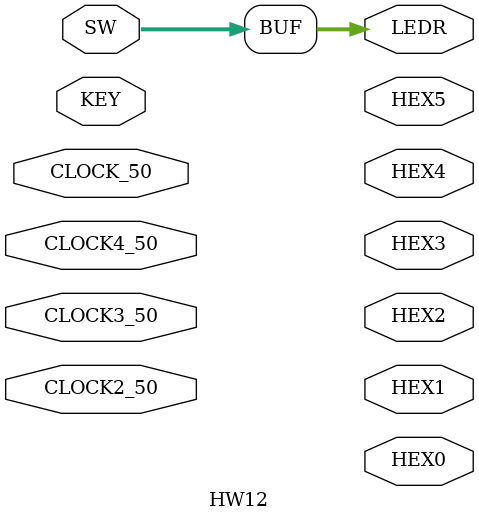
<source format=v>


module HW12(

	//////////// CLOCK //////////
	input 		          		CLOCK2_50,
	input 		          		CLOCK3_50,
	input 		          		CLOCK4_50,
	input 		          		CLOCK_50,

	//////////// KEY //////////
	input 		     [3:0]		KEY,

	//////////// SW //////////
	input 		     [9:0]		SW,

	//////////// LED //////////
	output		     [9:0]		LEDR,

	//////////// Seg7 //////////
	output		     [6:0]		HEX0,
	output		     [6:0]		HEX1,
	output		     [6:0]		HEX2,
	output		     [6:0]		HEX3,
	output		     [6:0]		HEX4,
	output		     [6:0]		HEX5
);

assign LEDR = SW;

//=======================================================
//  REG/WIRE declarations
//=======================================================




//=======================================================
//  Structural coding
//=======================================================



endmodule

</source>
